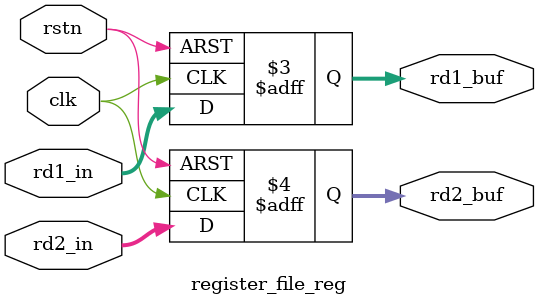
<source format=v>

module register_file_reg (
  input             clk, 
  input             rstn,

  input      [31:0] rd1_in, 
  input      [31:0] rd2_in,
  
  output reg [31:0] rd1_buf,
  output reg [31:0] rd2_buf
);

always @ (posedge clk or negedge rstn) begin
  if (!rstn) begin
    rd1_buf <= 32'b0;
    rd2_buf <= 32'b0;
  end else begin
    rd1_buf <= rd1_in;
    rd2_buf <= rd2_in;
  end
end

endmodule

</source>
